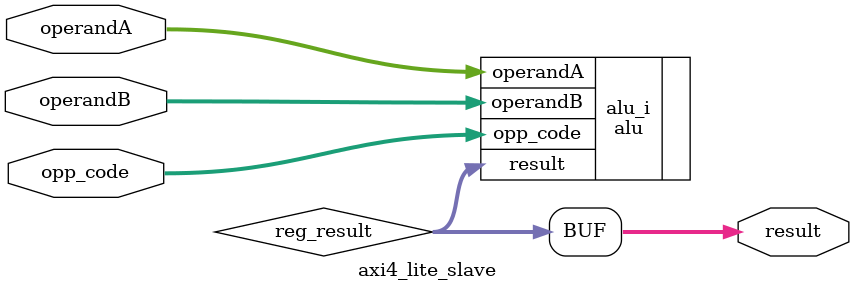
<source format=v>
module axi4_lite_slave (
  input      [7:0] operandA,
  input      [7:0] operandB,
  input      [1:0] opp_code,
  output     [7:0] result
);

  // Połączenia do ALU
  wire [7:0] reg_result;

  alu alu_i (
    .operandA (operandA),
    .operandB (operandB),
    .opp_code (opp_code),
    .result   (reg_result)
  );

  // Przepisanie wyniku
  assign result = reg_result;

endmodule
</source>
